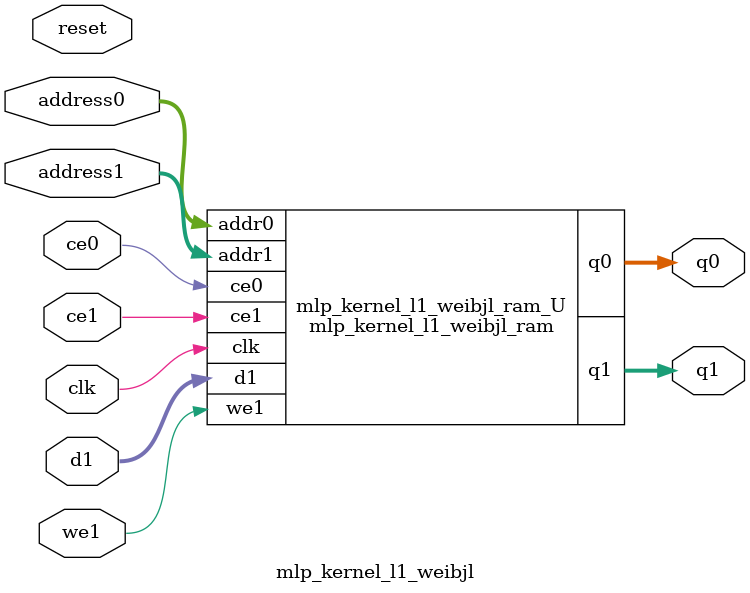
<source format=v>
`timescale 1 ns / 1 ps
module mlp_kernel_l1_weibjl_ram (addr0, ce0, q0, addr1, ce1, d1, we1, q1,  clk);

parameter DWIDTH = 8;
parameter AWIDTH = 11;
parameter MEM_SIZE = 1568;

input[AWIDTH-1:0] addr0;
input ce0;
output reg[DWIDTH-1:0] q0;
input[AWIDTH-1:0] addr1;
input ce1;
input[DWIDTH-1:0] d1;
input we1;
output reg[DWIDTH-1:0] q1;
input clk;

(* ram_style = "block" *)reg [DWIDTH-1:0] ram[0:MEM_SIZE-1];




always @(posedge clk)  
begin 
    if (ce0) begin
        q0 <= ram[addr0];
    end
end


always @(posedge clk)  
begin 
    if (ce1) begin
        if (we1) 
            ram[addr1] <= d1; 
        q1 <= ram[addr1];
    end
end


endmodule

`timescale 1 ns / 1 ps
module mlp_kernel_l1_weibjl(
    reset,
    clk,
    address0,
    ce0,
    q0,
    address1,
    ce1,
    we1,
    d1,
    q1);

parameter DataWidth = 32'd8;
parameter AddressRange = 32'd1568;
parameter AddressWidth = 32'd11;
input reset;
input clk;
input[AddressWidth - 1:0] address0;
input ce0;
output[DataWidth - 1:0] q0;
input[AddressWidth - 1:0] address1;
input ce1;
input we1;
input[DataWidth - 1:0] d1;
output[DataWidth - 1:0] q1;



mlp_kernel_l1_weibjl_ram mlp_kernel_l1_weibjl_ram_U(
    .clk( clk ),
    .addr0( address0 ),
    .ce0( ce0 ),
    .q0( q0 ),
    .addr1( address1 ),
    .ce1( ce1 ),
    .we1( we1 ),
    .d1( d1 ),
    .q1( q1 ));

endmodule


</source>
